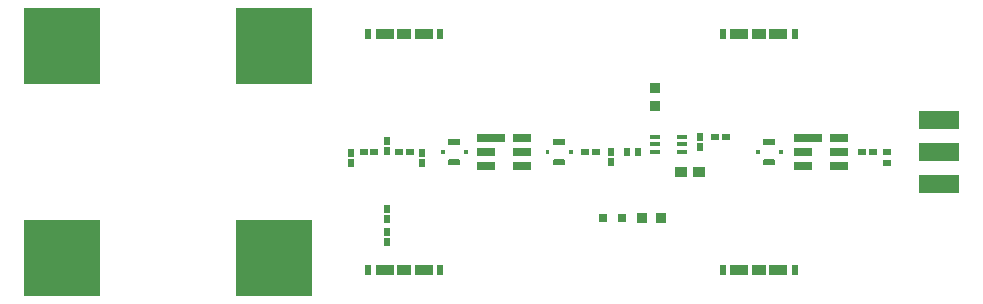
<source format=gbr>
G04*
G04 #@! TF.GenerationSoftware,Altium Limited,Altium Designer,24.9.1 (31)*
G04*
G04 Layer_Color=8421504*
%FSLAX25Y25*%
%MOIN*%
G70*
G04*
G04 #@! TF.SameCoordinates,BE83DA22-E0C5-4DDF-BF2C-7847B46FCBB1*
G04*
G04*
G04 #@! TF.FilePolarity,Positive*
G04*
G01*
G75*
%ADD16R,0.03937X0.03740*%
%ADD17R,0.02598X0.02441*%
%ADD18R,0.02441X0.02598*%
%ADD19R,0.02362X0.03543*%
%ADD20R,0.05906X0.03543*%
%ADD21R,0.04724X0.03543*%
%ADD22R,0.02874X0.02008*%
%ADD23R,0.06299X0.02559*%
%ADD24R,0.09252X0.02559*%
%ADD25R,0.13780X0.05906*%
%ADD26R,0.02008X0.02874*%
%ADD27R,0.03347X0.01575*%
%ADD28R,0.25591X0.25591*%
%ADD29R,0.03543X0.03347*%
%ADD30R,0.03150X0.03150*%
%ADD31R,0.03347X0.03543*%
G36*
X281102Y61732D02*
X280748Y61378D01*
X277520D01*
X277165Y61732D01*
Y63386D01*
X281102D01*
Y61732D01*
D02*
G37*
G36*
X176099D02*
X175745Y61378D01*
X172517D01*
X172162Y61732D01*
Y63386D01*
X176099D01*
Y61732D01*
D02*
G37*
G36*
X211047Y61732D02*
X210692Y61378D01*
X207464D01*
X207110Y61732D01*
Y63386D01*
X211047D01*
Y61732D01*
D02*
G37*
G36*
X283661Y58406D02*
X282362D01*
Y59705D01*
X283661D01*
Y58406D01*
D02*
G37*
G36*
X275905D02*
X274606D01*
Y59705D01*
X275905D01*
Y58406D01*
D02*
G37*
G36*
X178658D02*
X177359D01*
Y59705D01*
X178658D01*
Y58406D01*
D02*
G37*
G36*
X170903D02*
X169603D01*
Y59705D01*
X170903D01*
Y58406D01*
D02*
G37*
G36*
X213606Y58406D02*
X212306D01*
Y59705D01*
X213606D01*
Y58406D01*
D02*
G37*
G36*
X205850D02*
X204551D01*
Y59705D01*
X205850D01*
Y58406D01*
D02*
G37*
G36*
X281102Y56378D02*
Y54724D01*
X277165D01*
Y56378D01*
X277520Y56732D01*
X280748D01*
X281102Y56378D01*
D02*
G37*
G36*
X176099D02*
Y54724D01*
X172162D01*
Y56378D01*
X172517Y56732D01*
X175745D01*
X176099Y56378D01*
D02*
G37*
G36*
X211047Y56378D02*
Y54724D01*
X207110D01*
Y56378D01*
X207464Y56732D01*
X210692D01*
X211047Y56378D01*
D02*
G37*
D16*
X249803Y52362D02*
D03*
X255709D02*
D03*
D17*
X261080Y64173D02*
D03*
X264544D02*
D03*
X217796Y59055D02*
D03*
X221260D02*
D03*
X310079D02*
D03*
X313543D02*
D03*
X155748Y59055D02*
D03*
X159213D02*
D03*
X143937D02*
D03*
X147402D02*
D03*
D18*
X255906Y60709D02*
D03*
Y64173D02*
D03*
X226434Y55590D02*
D03*
Y59055D02*
D03*
X163386Y58819D02*
D03*
Y55354D02*
D03*
X151575Y62756D02*
D03*
Y59291D02*
D03*
Y36614D02*
D03*
Y40079D02*
D03*
Y28976D02*
D03*
Y32441D02*
D03*
X139764Y58819D02*
D03*
Y55354D02*
D03*
D19*
X145472Y19685D02*
D03*
X169488D02*
D03*
Y98425D02*
D03*
X145472D02*
D03*
X287598D02*
D03*
X263583D02*
D03*
X287598Y19685D02*
D03*
X263583D02*
D03*
D20*
X150984D02*
D03*
X163976D02*
D03*
Y98425D02*
D03*
X150984D02*
D03*
X282087D02*
D03*
X269094D02*
D03*
X282087Y19685D02*
D03*
X269094D02*
D03*
D21*
X157480D02*
D03*
Y98425D02*
D03*
X275590D02*
D03*
Y19685D02*
D03*
D22*
X318504Y55512D02*
D03*
Y59134D02*
D03*
D23*
X302461Y63779D02*
D03*
Y59055D02*
D03*
Y54331D02*
D03*
X290453D02*
D03*
Y59055D02*
D03*
X184843D02*
D03*
Y54331D02*
D03*
X196850D02*
D03*
Y59055D02*
D03*
Y63779D02*
D03*
D24*
X291929D02*
D03*
X186319D02*
D03*
D25*
X335630Y69685D02*
D03*
Y48425D02*
D03*
Y59055D02*
D03*
D26*
X235211D02*
D03*
X231589D02*
D03*
D27*
X241055Y64173D02*
D03*
Y61614D02*
D03*
Y59055D02*
D03*
X249913Y64173D02*
D03*
Y61614D02*
D03*
Y59055D02*
D03*
D28*
X114173Y94488D02*
D03*
Y23622D02*
D03*
X43307Y94488D02*
D03*
Y23622D02*
D03*
D29*
X240945Y74410D02*
D03*
Y80512D02*
D03*
D30*
X223760Y36957D02*
D03*
X230059D02*
D03*
D31*
X242961D02*
D03*
X236858D02*
D03*
M02*

</source>
